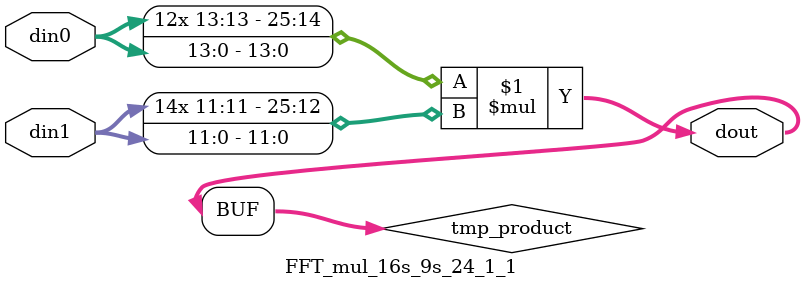
<source format=v>

`timescale 1 ns / 1 ps

  module FFT_mul_16s_9s_24_1_1(din0, din1, dout);
parameter ID = 1;
parameter NUM_STAGE = 0;
parameter din0_WIDTH = 14;
parameter din1_WIDTH = 12;
parameter dout_WIDTH = 26;

input [din0_WIDTH - 1 : 0] din0; 
input [din1_WIDTH - 1 : 0] din1; 
output [dout_WIDTH - 1 : 0] dout;

wire signed [dout_WIDTH - 1 : 0] tmp_product;













assign tmp_product = $signed(din0) * $signed(din1);








assign dout = tmp_product;







endmodule

</source>
